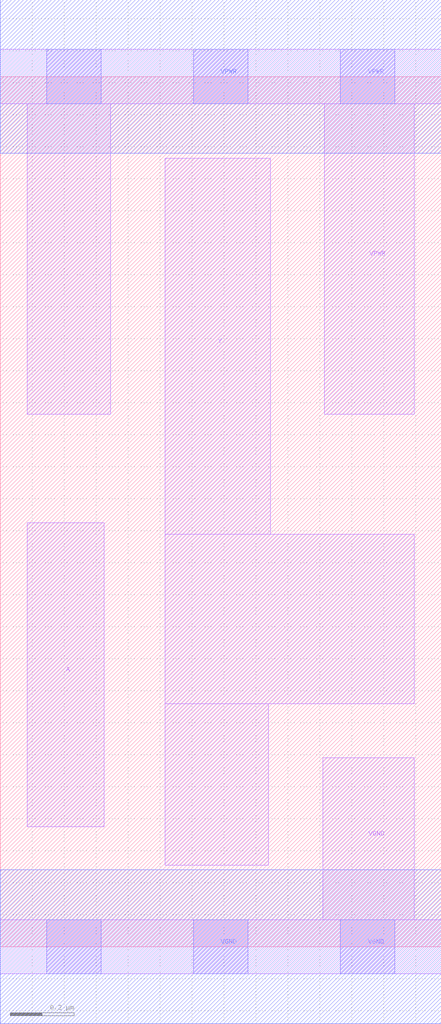
<source format=lef>
# Copyright 2020 The SkyWater PDK Authors
#
# Licensed under the Apache License, Version 2.0 (the "License");
# you may not use this file except in compliance with the License.
# You may obtain a copy of the License at
#
#     https://www.apache.org/licenses/LICENSE-2.0
#
# Unless required by applicable law or agreed to in writing, software
# distributed under the License is distributed on an "AS IS" BASIS,
# WITHOUT WARRANTIES OR CONDITIONS OF ANY KIND, either express or implied.
# See the License for the specific language governing permissions and
# limitations under the License.
#
# SPDX-License-Identifier: Apache-2.0

VERSION 5.7 ;
  NAMESCASESENSITIVE ON ;
  NOWIREEXTENSIONATPIN ON ;
  DIVIDERCHAR "/" ;
  BUSBITCHARS "[]" ;
UNITS
  DATABASE MICRONS 200 ;
END UNITS
MACRO sky130_fd_sc_hd__clkinv_1
  CLASS CORE ;
  SOURCE USER ;
  FOREIGN sky130_fd_sc_hd__clkinv_1 ;
  ORIGIN  0.000000  0.000000 ;
  SIZE  1.380000 BY  2.720000 ;
  SYMMETRY X Y R90 ;
  SITE unithd ;
  PIN A
    ANTENNAGATEAREA  0.315000 ;
    DIRECTION INPUT ;
    USE SIGNAL ;
    PORT
      LAYER li1 ;
        RECT 0.085000 0.375000 0.325000 1.325000 ;
    END
  END A
  PIN Y
    ANTENNADIFFAREA  0.336000 ;
    DIRECTION OUTPUT ;
    USE SIGNAL ;
    PORT
      LAYER li1 ;
        RECT 0.515000 0.255000 0.840000 0.760000 ;
        RECT 0.515000 0.760000 1.295000 1.290000 ;
        RECT 0.515000 1.290000 0.845000 2.465000 ;
    END
  END Y
  PIN VGND
    DIRECTION INOUT ;
    SHAPE ABUTMENT ;
    USE GROUND ;
    PORT
      LAYER li1 ;
        RECT 0.000000 -0.085000 1.380000 0.085000 ;
        RECT 1.010000  0.085000 1.295000 0.590000 ;
      LAYER mcon ;
        RECT 0.145000 -0.085000 0.315000 0.085000 ;
        RECT 0.605000 -0.085000 0.775000 0.085000 ;
        RECT 1.065000 -0.085000 1.235000 0.085000 ;
      LAYER met1 ;
        RECT 0.000000 -0.240000 1.380000 0.240000 ;
    END
  END VGND
  PIN VPWR
    DIRECTION INOUT ;
    SHAPE ABUTMENT ;
    USE POWER ;
    PORT
      LAYER li1 ;
        RECT 0.000000 2.635000 1.380000 2.805000 ;
        RECT 0.085000 1.665000 0.345000 2.635000 ;
        RECT 1.015000 1.665000 1.295000 2.635000 ;
      LAYER mcon ;
        RECT 0.145000 2.635000 0.315000 2.805000 ;
        RECT 0.605000 2.635000 0.775000 2.805000 ;
        RECT 1.065000 2.635000 1.235000 2.805000 ;
      LAYER met1 ;
        RECT 0.000000 2.480000 1.380000 2.960000 ;
    END
  END VPWR
END sky130_fd_sc_hd__clkinv_1
END LIBRARY

</source>
